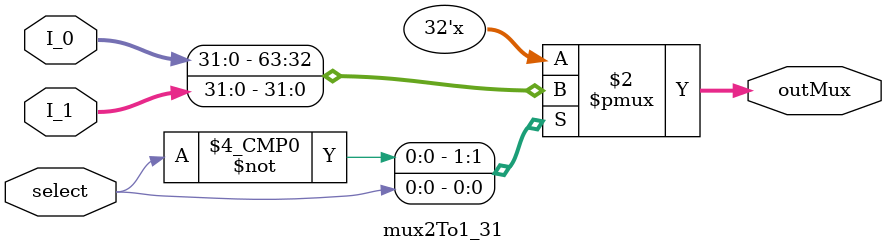
<source format=v>
/* Module of Mux 2 to 1 of 31 bits (MuxE, MuxF, MuxA)
   Programmed by: Lianne Sánchez Rodríguez
   Phase 3 
   Professor: Nestor Rodríguez 
*/
module mux2To1_31(output reg [31:0] outMux, input [31:0] I_0, input [31:0] I_1, 
	input select);

	always @(I_0, I_1, select)
		begin
			case(select)
				1'b0:	outMux <= I_0; 
				1'b1:	outMux <= I_1;
			endcase // select
		end
endmodule

// module MuxTest;
// 	// Inputs of ALU
// 	reg select;
// 	reg [31:0] in_0;
// 	reg [31:0] in_1;
// 	reg clk; 
// 	//Outputs of ALU module
// 	wire [31:0] result;
// 	//test duration
// 	parameter stop_time = 1090;
// 	mux2To1_31 mux(result, in_0, in_1, select);
// 	initial #stop_time $finish;

// 	initial begin

// 	#0  in_0 = 32'h00000000; in_1 = 32'h000A0001; select = 1'b0;
// 	#20 in_0 = 32'h00000000; in_1 = 32'h000A0001; select = 1'b1;

// 	end
	
// 	initial begin
// 		$display ("\n\nSelect\tEntrance1\t\tEntrance2\t\tOut Mux");
// 		$monitor ("%0d\t%b\t%b\t%b\t%b", $time, select, in_0, in_1,result);
// 	end
	
// endmodule
</source>
